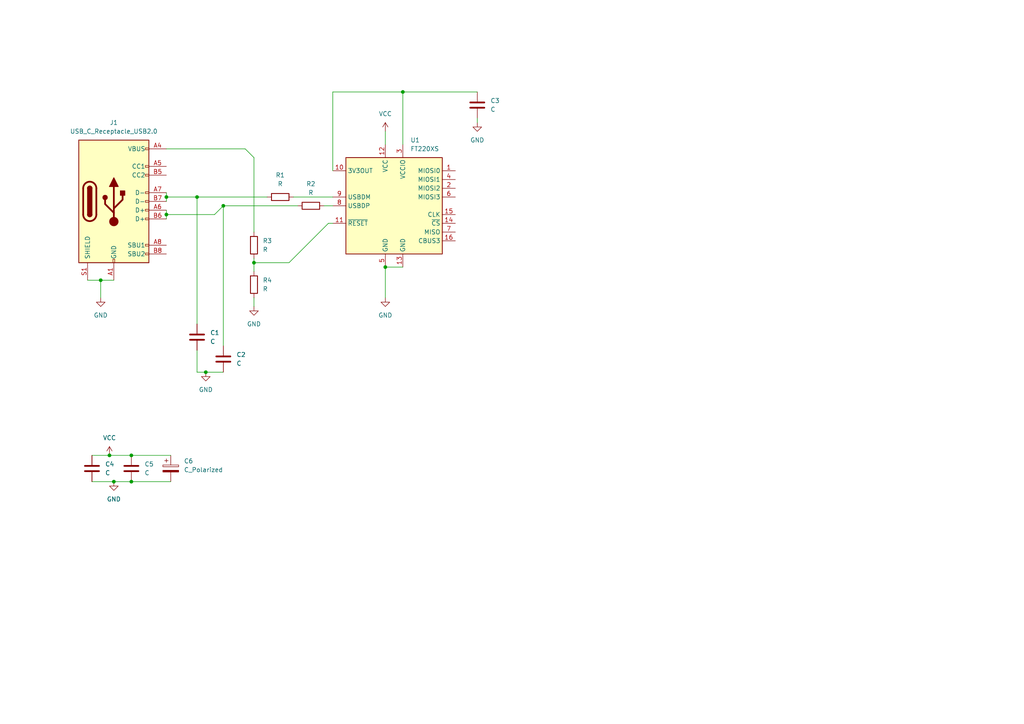
<source format=kicad_sch>
(kicad_sch (version 20230121) (generator eeschema)

  (uuid 30bb9c29-eecf-4b3f-86ad-a4c9bd4d3285)

  (paper "A4")

  (lib_symbols
    (symbol "Connector:USB_C_Receptacle_USB2.0" (pin_names (offset 1.016)) (in_bom yes) (on_board yes)
      (property "Reference" "J" (at -10.16 19.05 0)
        (effects (font (size 1.27 1.27)) (justify left))
      )
      (property "Value" "USB_C_Receptacle_USB2.0" (at 19.05 19.05 0)
        (effects (font (size 1.27 1.27)) (justify right))
      )
      (property "Footprint" "" (at 3.81 0 0)
        (effects (font (size 1.27 1.27)) hide)
      )
      (property "Datasheet" "https://www.usb.org/sites/default/files/documents/usb_type-c.zip" (at 3.81 0 0)
        (effects (font (size 1.27 1.27)) hide)
      )
      (property "ki_keywords" "usb universal serial bus type-C USB2.0" (at 0 0 0)
        (effects (font (size 1.27 1.27)) hide)
      )
      (property "ki_description" "USB 2.0-only Type-C Receptacle connector" (at 0 0 0)
        (effects (font (size 1.27 1.27)) hide)
      )
      (property "ki_fp_filters" "USB*C*Receptacle*" (at 0 0 0)
        (effects (font (size 1.27 1.27)) hide)
      )
      (symbol "USB_C_Receptacle_USB2.0_0_0"
        (rectangle (start -0.254 -17.78) (end 0.254 -16.764)
          (stroke (width 0) (type default))
          (fill (type none))
        )
        (rectangle (start 10.16 -14.986) (end 9.144 -15.494)
          (stroke (width 0) (type default))
          (fill (type none))
        )
        (rectangle (start 10.16 -12.446) (end 9.144 -12.954)
          (stroke (width 0) (type default))
          (fill (type none))
        )
        (rectangle (start 10.16 -4.826) (end 9.144 -5.334)
          (stroke (width 0) (type default))
          (fill (type none))
        )
        (rectangle (start 10.16 -2.286) (end 9.144 -2.794)
          (stroke (width 0) (type default))
          (fill (type none))
        )
        (rectangle (start 10.16 0.254) (end 9.144 -0.254)
          (stroke (width 0) (type default))
          (fill (type none))
        )
        (rectangle (start 10.16 2.794) (end 9.144 2.286)
          (stroke (width 0) (type default))
          (fill (type none))
        )
        (rectangle (start 10.16 7.874) (end 9.144 7.366)
          (stroke (width 0) (type default))
          (fill (type none))
        )
        (rectangle (start 10.16 10.414) (end 9.144 9.906)
          (stroke (width 0) (type default))
          (fill (type none))
        )
        (rectangle (start 10.16 15.494) (end 9.144 14.986)
          (stroke (width 0) (type default))
          (fill (type none))
        )
      )
      (symbol "USB_C_Receptacle_USB2.0_0_1"
        (rectangle (start -10.16 17.78) (end 10.16 -17.78)
          (stroke (width 0.254) (type default))
          (fill (type background))
        )
        (arc (start -8.89 -3.81) (mid -6.985 -5.7067) (end -5.08 -3.81)
          (stroke (width 0.508) (type default))
          (fill (type none))
        )
        (arc (start -7.62 -3.81) (mid -6.985 -4.4423) (end -6.35 -3.81)
          (stroke (width 0.254) (type default))
          (fill (type none))
        )
        (arc (start -7.62 -3.81) (mid -6.985 -4.4423) (end -6.35 -3.81)
          (stroke (width 0.254) (type default))
          (fill (type outline))
        )
        (rectangle (start -7.62 -3.81) (end -6.35 3.81)
          (stroke (width 0.254) (type default))
          (fill (type outline))
        )
        (arc (start -6.35 3.81) (mid -6.985 4.4423) (end -7.62 3.81)
          (stroke (width 0.254) (type default))
          (fill (type none))
        )
        (arc (start -6.35 3.81) (mid -6.985 4.4423) (end -7.62 3.81)
          (stroke (width 0.254) (type default))
          (fill (type outline))
        )
        (arc (start -5.08 3.81) (mid -6.985 5.7067) (end -8.89 3.81)
          (stroke (width 0.508) (type default))
          (fill (type none))
        )
        (circle (center -2.54 1.143) (radius 0.635)
          (stroke (width 0.254) (type default))
          (fill (type outline))
        )
        (circle (center 0 -5.842) (radius 1.27)
          (stroke (width 0) (type default))
          (fill (type outline))
        )
        (polyline
          (pts
            (xy -8.89 -3.81)
            (xy -8.89 3.81)
          )
          (stroke (width 0.508) (type default))
          (fill (type none))
        )
        (polyline
          (pts
            (xy -5.08 3.81)
            (xy -5.08 -3.81)
          )
          (stroke (width 0.508) (type default))
          (fill (type none))
        )
        (polyline
          (pts
            (xy 0 -5.842)
            (xy 0 4.318)
          )
          (stroke (width 0.508) (type default))
          (fill (type none))
        )
        (polyline
          (pts
            (xy 0 -3.302)
            (xy -2.54 -0.762)
            (xy -2.54 0.508)
          )
          (stroke (width 0.508) (type default))
          (fill (type none))
        )
        (polyline
          (pts
            (xy 0 -2.032)
            (xy 2.54 0.508)
            (xy 2.54 1.778)
          )
          (stroke (width 0.508) (type default))
          (fill (type none))
        )
        (polyline
          (pts
            (xy -1.27 4.318)
            (xy 0 6.858)
            (xy 1.27 4.318)
            (xy -1.27 4.318)
          )
          (stroke (width 0.254) (type default))
          (fill (type outline))
        )
        (rectangle (start 1.905 1.778) (end 3.175 3.048)
          (stroke (width 0.254) (type default))
          (fill (type outline))
        )
      )
      (symbol "USB_C_Receptacle_USB2.0_1_1"
        (pin passive line (at 0 -22.86 90) (length 5.08)
          (name "GND" (effects (font (size 1.27 1.27))))
          (number "A1" (effects (font (size 1.27 1.27))))
        )
        (pin passive line (at 0 -22.86 90) (length 5.08) hide
          (name "GND" (effects (font (size 1.27 1.27))))
          (number "A12" (effects (font (size 1.27 1.27))))
        )
        (pin passive line (at 15.24 15.24 180) (length 5.08)
          (name "VBUS" (effects (font (size 1.27 1.27))))
          (number "A4" (effects (font (size 1.27 1.27))))
        )
        (pin bidirectional line (at 15.24 10.16 180) (length 5.08)
          (name "CC1" (effects (font (size 1.27 1.27))))
          (number "A5" (effects (font (size 1.27 1.27))))
        )
        (pin bidirectional line (at 15.24 -2.54 180) (length 5.08)
          (name "D+" (effects (font (size 1.27 1.27))))
          (number "A6" (effects (font (size 1.27 1.27))))
        )
        (pin bidirectional line (at 15.24 2.54 180) (length 5.08)
          (name "D-" (effects (font (size 1.27 1.27))))
          (number "A7" (effects (font (size 1.27 1.27))))
        )
        (pin bidirectional line (at 15.24 -12.7 180) (length 5.08)
          (name "SBU1" (effects (font (size 1.27 1.27))))
          (number "A8" (effects (font (size 1.27 1.27))))
        )
        (pin passive line (at 15.24 15.24 180) (length 5.08) hide
          (name "VBUS" (effects (font (size 1.27 1.27))))
          (number "A9" (effects (font (size 1.27 1.27))))
        )
        (pin passive line (at 0 -22.86 90) (length 5.08) hide
          (name "GND" (effects (font (size 1.27 1.27))))
          (number "B1" (effects (font (size 1.27 1.27))))
        )
        (pin passive line (at 0 -22.86 90) (length 5.08) hide
          (name "GND" (effects (font (size 1.27 1.27))))
          (number "B12" (effects (font (size 1.27 1.27))))
        )
        (pin passive line (at 15.24 15.24 180) (length 5.08) hide
          (name "VBUS" (effects (font (size 1.27 1.27))))
          (number "B4" (effects (font (size 1.27 1.27))))
        )
        (pin bidirectional line (at 15.24 7.62 180) (length 5.08)
          (name "CC2" (effects (font (size 1.27 1.27))))
          (number "B5" (effects (font (size 1.27 1.27))))
        )
        (pin bidirectional line (at 15.24 -5.08 180) (length 5.08)
          (name "D+" (effects (font (size 1.27 1.27))))
          (number "B6" (effects (font (size 1.27 1.27))))
        )
        (pin bidirectional line (at 15.24 0 180) (length 5.08)
          (name "D-" (effects (font (size 1.27 1.27))))
          (number "B7" (effects (font (size 1.27 1.27))))
        )
        (pin bidirectional line (at 15.24 -15.24 180) (length 5.08)
          (name "SBU2" (effects (font (size 1.27 1.27))))
          (number "B8" (effects (font (size 1.27 1.27))))
        )
        (pin passive line (at 15.24 15.24 180) (length 5.08) hide
          (name "VBUS" (effects (font (size 1.27 1.27))))
          (number "B9" (effects (font (size 1.27 1.27))))
        )
        (pin passive line (at -7.62 -22.86 90) (length 5.08)
          (name "SHIELD" (effects (font (size 1.27 1.27))))
          (number "S1" (effects (font (size 1.27 1.27))))
        )
      )
    )
    (symbol "Device:C" (pin_numbers hide) (pin_names (offset 0.254)) (in_bom yes) (on_board yes)
      (property "Reference" "C" (at 0.635 2.54 0)
        (effects (font (size 1.27 1.27)) (justify left))
      )
      (property "Value" "C" (at 0.635 -2.54 0)
        (effects (font (size 1.27 1.27)) (justify left))
      )
      (property "Footprint" "" (at 0.9652 -3.81 0)
        (effects (font (size 1.27 1.27)) hide)
      )
      (property "Datasheet" "~" (at 0 0 0)
        (effects (font (size 1.27 1.27)) hide)
      )
      (property "ki_keywords" "cap capacitor" (at 0 0 0)
        (effects (font (size 1.27 1.27)) hide)
      )
      (property "ki_description" "Unpolarized capacitor" (at 0 0 0)
        (effects (font (size 1.27 1.27)) hide)
      )
      (property "ki_fp_filters" "C_*" (at 0 0 0)
        (effects (font (size 1.27 1.27)) hide)
      )
      (symbol "C_0_1"
        (polyline
          (pts
            (xy -2.032 -0.762)
            (xy 2.032 -0.762)
          )
          (stroke (width 0.508) (type default))
          (fill (type none))
        )
        (polyline
          (pts
            (xy -2.032 0.762)
            (xy 2.032 0.762)
          )
          (stroke (width 0.508) (type default))
          (fill (type none))
        )
      )
      (symbol "C_1_1"
        (pin passive line (at 0 3.81 270) (length 2.794)
          (name "~" (effects (font (size 1.27 1.27))))
          (number "1" (effects (font (size 1.27 1.27))))
        )
        (pin passive line (at 0 -3.81 90) (length 2.794)
          (name "~" (effects (font (size 1.27 1.27))))
          (number "2" (effects (font (size 1.27 1.27))))
        )
      )
    )
    (symbol "Device:C_Polarized" (pin_numbers hide) (pin_names (offset 0.254)) (in_bom yes) (on_board yes)
      (property "Reference" "C" (at 0.635 2.54 0)
        (effects (font (size 1.27 1.27)) (justify left))
      )
      (property "Value" "C_Polarized" (at 0.635 -2.54 0)
        (effects (font (size 1.27 1.27)) (justify left))
      )
      (property "Footprint" "" (at 0.9652 -3.81 0)
        (effects (font (size 1.27 1.27)) hide)
      )
      (property "Datasheet" "~" (at 0 0 0)
        (effects (font (size 1.27 1.27)) hide)
      )
      (property "ki_keywords" "cap capacitor" (at 0 0 0)
        (effects (font (size 1.27 1.27)) hide)
      )
      (property "ki_description" "Polarized capacitor" (at 0 0 0)
        (effects (font (size 1.27 1.27)) hide)
      )
      (property "ki_fp_filters" "CP_*" (at 0 0 0)
        (effects (font (size 1.27 1.27)) hide)
      )
      (symbol "C_Polarized_0_1"
        (rectangle (start -2.286 0.508) (end 2.286 1.016)
          (stroke (width 0) (type default))
          (fill (type none))
        )
        (polyline
          (pts
            (xy -1.778 2.286)
            (xy -0.762 2.286)
          )
          (stroke (width 0) (type default))
          (fill (type none))
        )
        (polyline
          (pts
            (xy -1.27 2.794)
            (xy -1.27 1.778)
          )
          (stroke (width 0) (type default))
          (fill (type none))
        )
        (rectangle (start 2.286 -0.508) (end -2.286 -1.016)
          (stroke (width 0) (type default))
          (fill (type outline))
        )
      )
      (symbol "C_Polarized_1_1"
        (pin passive line (at 0 3.81 270) (length 2.794)
          (name "~" (effects (font (size 1.27 1.27))))
          (number "1" (effects (font (size 1.27 1.27))))
        )
        (pin passive line (at 0 -3.81 90) (length 2.794)
          (name "~" (effects (font (size 1.27 1.27))))
          (number "2" (effects (font (size 1.27 1.27))))
        )
      )
    )
    (symbol "Device:R" (pin_numbers hide) (pin_names (offset 0)) (in_bom yes) (on_board yes)
      (property "Reference" "R" (at 2.032 0 90)
        (effects (font (size 1.27 1.27)))
      )
      (property "Value" "R" (at 0 0 90)
        (effects (font (size 1.27 1.27)))
      )
      (property "Footprint" "" (at -1.778 0 90)
        (effects (font (size 1.27 1.27)) hide)
      )
      (property "Datasheet" "~" (at 0 0 0)
        (effects (font (size 1.27 1.27)) hide)
      )
      (property "ki_keywords" "R res resistor" (at 0 0 0)
        (effects (font (size 1.27 1.27)) hide)
      )
      (property "ki_description" "Resistor" (at 0 0 0)
        (effects (font (size 1.27 1.27)) hide)
      )
      (property "ki_fp_filters" "R_*" (at 0 0 0)
        (effects (font (size 1.27 1.27)) hide)
      )
      (symbol "R_0_1"
        (rectangle (start -1.016 -2.54) (end 1.016 2.54)
          (stroke (width 0.254) (type default))
          (fill (type none))
        )
      )
      (symbol "R_1_1"
        (pin passive line (at 0 3.81 270) (length 1.27)
          (name "~" (effects (font (size 1.27 1.27))))
          (number "1" (effects (font (size 1.27 1.27))))
        )
        (pin passive line (at 0 -3.81 90) (length 1.27)
          (name "~" (effects (font (size 1.27 1.27))))
          (number "2" (effects (font (size 1.27 1.27))))
        )
      )
    )
    (symbol "Interface_USB:FT220XS" (in_bom yes) (on_board yes)
      (property "Reference" "U" (at -13.97 15.24 0)
        (effects (font (size 1.27 1.27)) (justify left))
      )
      (property "Value" "FT220XS" (at 7.62 15.24 0)
        (effects (font (size 1.27 1.27)) (justify left))
      )
      (property "Footprint" "Package_SO:SSOP-16_3.9x4.9mm_P0.635mm" (at 25.4 -15.24 0)
        (effects (font (size 1.27 1.27)) hide)
      )
      (property "Datasheet" "https://www.ftdichip.com/Support/Documents/DataSheets/ICs/DS_FT220X.pdf" (at 0 0 0)
        (effects (font (size 1.27 1.27)) hide)
      )
      (property "ki_keywords" "FTDI USB SPI FT1248 Interface Converter" (at 0 0 0)
        (effects (font (size 1.27 1.27)) hide)
      )
      (property "ki_description" "Full Speed USB to 4-Bit SPI / FT1248 Bridge, SSOP-16" (at 0 0 0)
        (effects (font (size 1.27 1.27)) hide)
      )
      (property "ki_fp_filters" "SSOP*3.9x4.9mm*P0.635mm*" (at 0 0 0)
        (effects (font (size 1.27 1.27)) hide)
      )
      (symbol "FT220XS_0_1"
        (rectangle (start -13.97 13.97) (end 13.97 -13.97)
          (stroke (width 0.254) (type default))
          (fill (type background))
        )
      )
      (symbol "FT220XS_1_1"
        (pin input line (at 17.78 10.16 180) (length 3.81)
          (name "MIOSI0" (effects (font (size 1.27 1.27))))
          (number "1" (effects (font (size 1.27 1.27))))
        )
        (pin power_out line (at -17.78 10.16 0) (length 3.81)
          (name "3V3OUT" (effects (font (size 1.27 1.27))))
          (number "10" (effects (font (size 1.27 1.27))))
        )
        (pin input line (at -17.78 -5.08 0) (length 3.81)
          (name "~{RESET}" (effects (font (size 1.27 1.27))))
          (number "11" (effects (font (size 1.27 1.27))))
        )
        (pin power_in line (at -2.54 17.78 270) (length 3.81)
          (name "VCC" (effects (font (size 1.27 1.27))))
          (number "12" (effects (font (size 1.27 1.27))))
        )
        (pin power_in line (at 2.54 -17.78 90) (length 3.81)
          (name "GND" (effects (font (size 1.27 1.27))))
          (number "13" (effects (font (size 1.27 1.27))))
        )
        (pin input line (at 17.78 -5.08 180) (length 3.81)
          (name "~{CS}" (effects (font (size 1.27 1.27))))
          (number "14" (effects (font (size 1.27 1.27))))
        )
        (pin input line (at 17.78 -2.54 180) (length 3.81)
          (name "CLK" (effects (font (size 1.27 1.27))))
          (number "15" (effects (font (size 1.27 1.27))))
        )
        (pin bidirectional line (at 17.78 -10.16 180) (length 3.81)
          (name "CBUS3" (effects (font (size 1.27 1.27))))
          (number "16" (effects (font (size 1.27 1.27))))
        )
        (pin input line (at 17.78 5.08 180) (length 3.81)
          (name "MIOSI2" (effects (font (size 1.27 1.27))))
          (number "2" (effects (font (size 1.27 1.27))))
        )
        (pin power_in line (at 2.54 17.78 270) (length 3.81)
          (name "VCCIO" (effects (font (size 1.27 1.27))))
          (number "3" (effects (font (size 1.27 1.27))))
        )
        (pin input line (at 17.78 7.62 180) (length 3.81)
          (name "MIOSI1" (effects (font (size 1.27 1.27))))
          (number "4" (effects (font (size 1.27 1.27))))
        )
        (pin power_in line (at -2.54 -17.78 90) (length 3.81)
          (name "GND" (effects (font (size 1.27 1.27))))
          (number "5" (effects (font (size 1.27 1.27))))
        )
        (pin input line (at 17.78 2.54 180) (length 3.81)
          (name "MIOSI3" (effects (font (size 1.27 1.27))))
          (number "6" (effects (font (size 1.27 1.27))))
        )
        (pin input line (at 17.78 -7.62 180) (length 3.81)
          (name "MISO" (effects (font (size 1.27 1.27))))
          (number "7" (effects (font (size 1.27 1.27))))
        )
        (pin bidirectional line (at -17.78 0 0) (length 3.81)
          (name "USBDP" (effects (font (size 1.27 1.27))))
          (number "8" (effects (font (size 1.27 1.27))))
        )
        (pin bidirectional line (at -17.78 2.54 0) (length 3.81)
          (name "USBDM" (effects (font (size 1.27 1.27))))
          (number "9" (effects (font (size 1.27 1.27))))
        )
      )
    )
    (symbol "power:GND" (power) (pin_names (offset 0)) (in_bom yes) (on_board yes)
      (property "Reference" "#PWR" (at 0 -6.35 0)
        (effects (font (size 1.27 1.27)) hide)
      )
      (property "Value" "GND" (at 0 -3.81 0)
        (effects (font (size 1.27 1.27)))
      )
      (property "Footprint" "" (at 0 0 0)
        (effects (font (size 1.27 1.27)) hide)
      )
      (property "Datasheet" "" (at 0 0 0)
        (effects (font (size 1.27 1.27)) hide)
      )
      (property "ki_keywords" "global power" (at 0 0 0)
        (effects (font (size 1.27 1.27)) hide)
      )
      (property "ki_description" "Power symbol creates a global label with name \"GND\" , ground" (at 0 0 0)
        (effects (font (size 1.27 1.27)) hide)
      )
      (symbol "GND_0_1"
        (polyline
          (pts
            (xy 0 0)
            (xy 0 -1.27)
            (xy 1.27 -1.27)
            (xy 0 -2.54)
            (xy -1.27 -1.27)
            (xy 0 -1.27)
          )
          (stroke (width 0) (type default))
          (fill (type none))
        )
      )
      (symbol "GND_1_1"
        (pin power_in line (at 0 0 270) (length 0) hide
          (name "GND" (effects (font (size 1.27 1.27))))
          (number "1" (effects (font (size 1.27 1.27))))
        )
      )
    )
    (symbol "power:VCC" (power) (pin_names (offset 0)) (in_bom yes) (on_board yes)
      (property "Reference" "#PWR" (at 0 -3.81 0)
        (effects (font (size 1.27 1.27)) hide)
      )
      (property "Value" "VCC" (at 0 3.81 0)
        (effects (font (size 1.27 1.27)))
      )
      (property "Footprint" "" (at 0 0 0)
        (effects (font (size 1.27 1.27)) hide)
      )
      (property "Datasheet" "" (at 0 0 0)
        (effects (font (size 1.27 1.27)) hide)
      )
      (property "ki_keywords" "global power" (at 0 0 0)
        (effects (font (size 1.27 1.27)) hide)
      )
      (property "ki_description" "Power symbol creates a global label with name \"VCC\"" (at 0 0 0)
        (effects (font (size 1.27 1.27)) hide)
      )
      (symbol "VCC_0_1"
        (polyline
          (pts
            (xy -0.762 1.27)
            (xy 0 2.54)
          )
          (stroke (width 0) (type default))
          (fill (type none))
        )
        (polyline
          (pts
            (xy 0 0)
            (xy 0 2.54)
          )
          (stroke (width 0) (type default))
          (fill (type none))
        )
        (polyline
          (pts
            (xy 0 2.54)
            (xy 0.762 1.27)
          )
          (stroke (width 0) (type default))
          (fill (type none))
        )
      )
      (symbol "VCC_1_1"
        (pin power_in line (at 0 0 90) (length 0) hide
          (name "VCC" (effects (font (size 1.27 1.27))))
          (number "1" (effects (font (size 1.27 1.27))))
        )
      )
    )
  )

  (junction (at 29.21 81.28) (diameter 0) (color 0 0 0 0)
    (uuid 078907b1-2d4e-4269-a37b-328fe7054155)
  )
  (junction (at 48.26 57.15) (diameter 0) (color 0 0 0 0)
    (uuid 27819c16-0488-495e-9bce-dbfd2f66499c)
  )
  (junction (at 59.69 107.95) (diameter 0) (color 0 0 0 0)
    (uuid 3cc7b0e6-863d-4c7f-b1a8-8e647428efa5)
  )
  (junction (at 33.02 139.7) (diameter 0) (color 0 0 0 0)
    (uuid 693c5b5c-5eae-4009-8faa-2a189018f7e3)
  )
  (junction (at 31.75 132.08) (diameter 0) (color 0 0 0 0)
    (uuid 6a207475-0676-4263-b026-4961f9ec9224)
  )
  (junction (at 38.1 132.08) (diameter 0) (color 0 0 0 0)
    (uuid 7db57328-e5c7-4859-be88-081e1863acc3)
  )
  (junction (at 38.1 139.7) (diameter 0) (color 0 0 0 0)
    (uuid 9247c06e-aa47-44f6-bc7d-7462ca912263)
  )
  (junction (at 48.26 62.23) (diameter 0) (color 0 0 0 0)
    (uuid 9756ba01-d524-413e-8371-cf12fd7daf93)
  )
  (junction (at 64.77 59.69) (diameter 0) (color 0 0 0 0)
    (uuid a2090282-d463-49d4-8902-17b7f47b0385)
  )
  (junction (at 116.84 26.67) (diameter 0) (color 0 0 0 0)
    (uuid cf49481a-47b4-481e-a790-bb3b553514ae)
  )
  (junction (at 111.76 77.47) (diameter 0) (color 0 0 0 0)
    (uuid d55fc148-9fbf-472b-b052-bed3c9eee3af)
  )
  (junction (at 57.15 57.15) (diameter 0) (color 0 0 0 0)
    (uuid db17782e-6bdc-4615-91c3-b5ea1e207235)
  )
  (junction (at 73.66 76.2) (diameter 0) (color 0 0 0 0)
    (uuid f0568bfb-e706-4cab-8bd4-6ef566e7ce03)
  )

  (wire (pts (xy 116.84 26.67) (xy 138.43 26.67))
    (stroke (width 0) (type default))
    (uuid 0a1f0bc4-5926-489d-8765-044aa07dbe54)
  )
  (wire (pts (xy 48.26 62.23) (xy 62.23 62.23))
    (stroke (width 0) (type default))
    (uuid 0edb1f59-2318-4de9-bd04-74aac0c4cf81)
  )
  (wire (pts (xy 26.67 139.7) (xy 33.02 139.7))
    (stroke (width 0) (type default))
    (uuid 2369ce5a-23a9-4014-9c9d-75c6d968ab28)
  )
  (wire (pts (xy 96.52 26.67) (xy 116.84 26.67))
    (stroke (width 0) (type default))
    (uuid 3a6c34e4-fb83-4396-a278-b4b69839e1e2)
  )
  (wire (pts (xy 111.76 77.47) (xy 111.76 86.36))
    (stroke (width 0) (type default))
    (uuid 3e2cc7e3-5fe6-4708-a021-b1b54de16434)
  )
  (wire (pts (xy 64.77 59.69) (xy 62.23 62.23))
    (stroke (width 0) (type default))
    (uuid 3f24d6e2-4401-40ee-a088-c1e0ca89209f)
  )
  (wire (pts (xy 73.66 86.36) (xy 73.66 88.9))
    (stroke (width 0) (type default))
    (uuid 43e198b1-9eda-4a22-a57b-3952424281a3)
  )
  (wire (pts (xy 138.43 34.29) (xy 138.43 35.56))
    (stroke (width 0) (type default))
    (uuid 4ff97650-c529-425d-82c6-96ed2f1baec5)
  )
  (wire (pts (xy 57.15 101.6) (xy 57.15 107.95))
    (stroke (width 0) (type default))
    (uuid 652387e2-3e19-4a31-9af5-606f3d7174f6)
  )
  (wire (pts (xy 73.66 76.2) (xy 83.82 76.2))
    (stroke (width 0) (type default))
    (uuid 6e1c238f-ba7d-4ae5-82b9-5330d146059a)
  )
  (wire (pts (xy 85.09 57.15) (xy 96.52 57.15))
    (stroke (width 0) (type default))
    (uuid 6ef6fd28-baa2-482b-88df-663828174477)
  )
  (wire (pts (xy 38.1 132.08) (xy 49.53 132.08))
    (stroke (width 0) (type default))
    (uuid 6f66911c-c596-4f09-85c1-cad9347eab68)
  )
  (wire (pts (xy 25.4 81.28) (xy 29.21 81.28))
    (stroke (width 0) (type default))
    (uuid 785957ac-d977-4d3e-9e9b-a1d3933dca00)
  )
  (wire (pts (xy 29.21 81.28) (xy 29.21 86.36))
    (stroke (width 0) (type default))
    (uuid 79e9ad02-1ca6-4840-ac74-08bb6a8c4941)
  )
  (wire (pts (xy 86.36 59.69) (xy 64.77 59.69))
    (stroke (width 0) (type default))
    (uuid 7c51e7da-96c1-4968-a86c-cfe9e833710f)
  )
  (wire (pts (xy 96.52 49.53) (xy 96.52 26.67))
    (stroke (width 0) (type default))
    (uuid 87d6e937-8766-492b-b47f-3a339e272971)
  )
  (wire (pts (xy 73.66 74.93) (xy 73.66 76.2))
    (stroke (width 0) (type default))
    (uuid 8983c913-a087-4643-912e-d63baa10afb2)
  )
  (wire (pts (xy 29.21 81.28) (xy 33.02 81.28))
    (stroke (width 0) (type default))
    (uuid 8a053046-64a8-4b9f-8961-45a623941d27)
  )
  (wire (pts (xy 33.02 139.7) (xy 38.1 139.7))
    (stroke (width 0) (type default))
    (uuid 8ad0765a-434e-4fe1-9573-fccfa6839f38)
  )
  (wire (pts (xy 48.26 60.96) (xy 48.26 62.23))
    (stroke (width 0) (type default))
    (uuid 8bd7d399-4bba-4417-88df-5d76aaee9ed7)
  )
  (wire (pts (xy 48.26 62.23) (xy 48.26 63.5))
    (stroke (width 0) (type default))
    (uuid 9439b9f5-bda4-49ec-b37d-67245c3ca306)
  )
  (wire (pts (xy 48.26 57.15) (xy 48.26 58.42))
    (stroke (width 0) (type default))
    (uuid 94860f86-4066-4aa1-bc80-50fc45a4af89)
  )
  (wire (pts (xy 48.26 43.18) (xy 71.12 43.18))
    (stroke (width 0) (type default))
    (uuid 95f0a5e1-456d-4bd8-b231-325b8ee3c752)
  )
  (wire (pts (xy 111.76 38.1) (xy 111.76 41.91))
    (stroke (width 0) (type default))
    (uuid a16eec80-ff37-4ebf-9991-db43a8ebf4c8)
  )
  (wire (pts (xy 26.67 132.08) (xy 31.75 132.08))
    (stroke (width 0) (type default))
    (uuid a5292ac5-936a-42cb-86c1-2320160bb245)
  )
  (wire (pts (xy 57.15 57.15) (xy 77.47 57.15))
    (stroke (width 0) (type default))
    (uuid ae5b65ef-267a-494f-b04e-51f437dbb5e6)
  )
  (wire (pts (xy 48.26 57.15) (xy 57.15 57.15))
    (stroke (width 0) (type default))
    (uuid b30bed52-9415-48bc-b6fb-5ca66b128a77)
  )
  (wire (pts (xy 116.84 26.67) (xy 116.84 41.91))
    (stroke (width 0) (type default))
    (uuid badd7682-de8d-41ca-9c00-18123dd70142)
  )
  (wire (pts (xy 59.69 107.95) (xy 64.77 107.95))
    (stroke (width 0) (type default))
    (uuid bfb1c952-4fe4-424b-9849-7e047e90a95b)
  )
  (wire (pts (xy 73.66 45.72) (xy 71.12 43.18))
    (stroke (width 0) (type default))
    (uuid cf3c2007-e32d-4fde-8010-402ecbfd1f28)
  )
  (wire (pts (xy 38.1 139.7) (xy 49.53 139.7))
    (stroke (width 0) (type default))
    (uuid d0917c9e-de88-421d-a141-c7766c8acaa9)
  )
  (wire (pts (xy 57.15 107.95) (xy 59.69 107.95))
    (stroke (width 0) (type default))
    (uuid d46905e9-ae3b-4533-9faa-f59eb0cc99fa)
  )
  (wire (pts (xy 73.66 67.31) (xy 73.66 45.72))
    (stroke (width 0) (type default))
    (uuid d75c788c-10b8-44d4-ab2b-a5da3896a05a)
  )
  (wire (pts (xy 64.77 59.69) (xy 64.77 100.33))
    (stroke (width 0) (type default))
    (uuid db0ee130-04d0-4efa-8665-acca20f31626)
  )
  (wire (pts (xy 93.98 59.69) (xy 96.52 59.69))
    (stroke (width 0) (type default))
    (uuid dc357d84-2ef2-4ba2-9795-5b5fad7e0baf)
  )
  (wire (pts (xy 95.25 64.77) (xy 83.82 76.2))
    (stroke (width 0) (type default))
    (uuid dda8f0e2-20fd-49d6-bc06-feb70af6781e)
  )
  (wire (pts (xy 31.75 132.08) (xy 38.1 132.08))
    (stroke (width 0) (type default))
    (uuid e55ecd92-5794-42bb-8a70-7bc167169a17)
  )
  (wire (pts (xy 48.26 55.88) (xy 48.26 57.15))
    (stroke (width 0) (type default))
    (uuid e5b64f15-e033-41bd-8203-5e6dfaec38b2)
  )
  (wire (pts (xy 111.76 77.47) (xy 116.84 77.47))
    (stroke (width 0) (type default))
    (uuid ea5ca61a-6796-4912-b416-4706df1c11ba)
  )
  (wire (pts (xy 57.15 57.15) (xy 57.15 93.98))
    (stroke (width 0) (type default))
    (uuid f4c6b3a7-4dee-45d7-91d3-e2b3a99d5d80)
  )
  (wire (pts (xy 73.66 76.2) (xy 73.66 78.74))
    (stroke (width 0) (type default))
    (uuid f4d97334-b3f3-4254-8781-f27fba7081c2)
  )
  (wire (pts (xy 96.52 64.77) (xy 95.25 64.77))
    (stroke (width 0) (type default))
    (uuid fab6ad4f-2f11-4d4f-8586-5a6a0d629972)
  )

  (symbol (lib_id "power:GND") (at 111.76 86.36 0) (unit 1)
    (in_bom yes) (on_board yes) (dnp no) (fields_autoplaced)
    (uuid 07068a37-dd9f-46c7-b04e-20cfec090edd)
    (property "Reference" "#PWR02" (at 111.76 92.71 0)
      (effects (font (size 1.27 1.27)) hide)
    )
    (property "Value" "GND" (at 111.76 91.44 0)
      (effects (font (size 1.27 1.27)))
    )
    (property "Footprint" "" (at 111.76 86.36 0)
      (effects (font (size 1.27 1.27)) hide)
    )
    (property "Datasheet" "" (at 111.76 86.36 0)
      (effects (font (size 1.27 1.27)) hide)
    )
    (pin "1" (uuid 55fe8cce-d162-43be-a863-b2f31257c0f6))
    (instances
      (project "gt_usb_bridge"
        (path "/30bb9c29-eecf-4b3f-86ad-a4c9bd4d3285"
          (reference "#PWR02") (unit 1)
        )
      )
    )
  )

  (symbol (lib_id "Device:C") (at 26.67 135.89 0) (unit 1)
    (in_bom yes) (on_board yes) (dnp no) (fields_autoplaced)
    (uuid 0a615060-4b95-4698-a8d5-9e71d339cfe1)
    (property "Reference" "C4" (at 30.48 134.62 0)
      (effects (font (size 1.27 1.27)) (justify left))
    )
    (property "Value" "C" (at 30.48 137.16 0)
      (effects (font (size 1.27 1.27)) (justify left))
    )
    (property "Footprint" "" (at 27.6352 139.7 0)
      (effects (font (size 1.27 1.27)) hide)
    )
    (property "Datasheet" "~" (at 26.67 135.89 0)
      (effects (font (size 1.27 1.27)) hide)
    )
    (pin "1" (uuid c5f0d7d3-48e1-493d-95d8-4c460167c4d6))
    (pin "2" (uuid 98451615-f6b2-4be8-a727-bacac7509aa1))
    (instances
      (project "gt_usb_bridge"
        (path "/30bb9c29-eecf-4b3f-86ad-a4c9bd4d3285"
          (reference "C4") (unit 1)
        )
      )
    )
  )

  (symbol (lib_id "power:VCC") (at 111.76 38.1 0) (unit 1)
    (in_bom yes) (on_board yes) (dnp no) (fields_autoplaced)
    (uuid 210dad7d-e9f1-4392-b011-614090a374cd)
    (property "Reference" "#PWR07" (at 111.76 41.91 0)
      (effects (font (size 1.27 1.27)) hide)
    )
    (property "Value" "VCC" (at 111.76 33.02 0)
      (effects (font (size 1.27 1.27)))
    )
    (property "Footprint" "" (at 111.76 38.1 0)
      (effects (font (size 1.27 1.27)) hide)
    )
    (property "Datasheet" "" (at 111.76 38.1 0)
      (effects (font (size 1.27 1.27)) hide)
    )
    (pin "1" (uuid 2f7cfdff-ecbb-49e3-9124-9a7f94c10009))
    (instances
      (project "gt_usb_bridge"
        (path "/30bb9c29-eecf-4b3f-86ad-a4c9bd4d3285"
          (reference "#PWR07") (unit 1)
        )
      )
    )
  )

  (symbol (lib_id "power:GND") (at 59.69 107.95 0) (unit 1)
    (in_bom yes) (on_board yes) (dnp no) (fields_autoplaced)
    (uuid 21ec18fa-7c6b-445c-a330-231a2c9c923a)
    (property "Reference" "#PWR06" (at 59.69 114.3 0)
      (effects (font (size 1.27 1.27)) hide)
    )
    (property "Value" "GND" (at 59.69 113.03 0)
      (effects (font (size 1.27 1.27)))
    )
    (property "Footprint" "" (at 59.69 107.95 0)
      (effects (font (size 1.27 1.27)) hide)
    )
    (property "Datasheet" "" (at 59.69 107.95 0)
      (effects (font (size 1.27 1.27)) hide)
    )
    (pin "1" (uuid 2ed32745-8d62-42c6-a3b0-c098a09f8df3))
    (instances
      (project "gt_usb_bridge"
        (path "/30bb9c29-eecf-4b3f-86ad-a4c9bd4d3285"
          (reference "#PWR06") (unit 1)
        )
      )
    )
  )

  (symbol (lib_id "Device:C") (at 138.43 30.48 0) (unit 1)
    (in_bom yes) (on_board yes) (dnp no) (fields_autoplaced)
    (uuid 24f1544c-a89c-46db-89a6-aba0cb840490)
    (property "Reference" "C3" (at 142.24 29.21 0)
      (effects (font (size 1.27 1.27)) (justify left))
    )
    (property "Value" "C" (at 142.24 31.75 0)
      (effects (font (size 1.27 1.27)) (justify left))
    )
    (property "Footprint" "" (at 139.3952 34.29 0)
      (effects (font (size 1.27 1.27)) hide)
    )
    (property "Datasheet" "~" (at 138.43 30.48 0)
      (effects (font (size 1.27 1.27)) hide)
    )
    (pin "1" (uuid a47c5068-47b0-4402-b0e3-db8e5f1af12b))
    (pin "2" (uuid 9e98e837-af2b-4cb7-a41a-cb6d47cecd9d))
    (instances
      (project "gt_usb_bridge"
        (path "/30bb9c29-eecf-4b3f-86ad-a4c9bd4d3285"
          (reference "C3") (unit 1)
        )
      )
    )
  )

  (symbol (lib_id "Device:C") (at 38.1 135.89 0) (unit 1)
    (in_bom yes) (on_board yes) (dnp no) (fields_autoplaced)
    (uuid 2858b548-0a74-4a2c-841c-4b74f8ed8df3)
    (property "Reference" "C5" (at 41.91 134.62 0)
      (effects (font (size 1.27 1.27)) (justify left))
    )
    (property "Value" "C" (at 41.91 137.16 0)
      (effects (font (size 1.27 1.27)) (justify left))
    )
    (property "Footprint" "" (at 39.0652 139.7 0)
      (effects (font (size 1.27 1.27)) hide)
    )
    (property "Datasheet" "~" (at 38.1 135.89 0)
      (effects (font (size 1.27 1.27)) hide)
    )
    (pin "1" (uuid 02649c4a-49d3-4d05-8068-21ba8ad82d61))
    (pin "2" (uuid 070c3841-968e-4e39-a1d3-8c411ede3d57))
    (instances
      (project "gt_usb_bridge"
        (path "/30bb9c29-eecf-4b3f-86ad-a4c9bd4d3285"
          (reference "C5") (unit 1)
        )
      )
    )
  )

  (symbol (lib_id "Device:C_Polarized") (at 49.53 135.89 0) (unit 1)
    (in_bom yes) (on_board yes) (dnp no) (fields_autoplaced)
    (uuid 30976c53-c460-4b07-bd8e-0f7750335c03)
    (property "Reference" "C6" (at 53.34 133.731 0)
      (effects (font (size 1.27 1.27)) (justify left))
    )
    (property "Value" "C_Polarized" (at 53.34 136.271 0)
      (effects (font (size 1.27 1.27)) (justify left))
    )
    (property "Footprint" "" (at 50.4952 139.7 0)
      (effects (font (size 1.27 1.27)) hide)
    )
    (property "Datasheet" "~" (at 49.53 135.89 0)
      (effects (font (size 1.27 1.27)) hide)
    )
    (pin "1" (uuid 54e0f172-fa5c-4c62-b0a4-1bc2350153b4))
    (pin "2" (uuid cc2e95a4-f931-41b9-89e6-20aaa225bee0))
    (instances
      (project "gt_usb_bridge"
        (path "/30bb9c29-eecf-4b3f-86ad-a4c9bd4d3285"
          (reference "C6") (unit 1)
        )
      )
    )
  )

  (symbol (lib_id "Device:C") (at 64.77 104.14 0) (unit 1)
    (in_bom yes) (on_board yes) (dnp no) (fields_autoplaced)
    (uuid 320d5de2-d6df-449f-a842-0593b8b50ea5)
    (property "Reference" "C2" (at 68.58 102.87 0)
      (effects (font (size 1.27 1.27)) (justify left))
    )
    (property "Value" "C" (at 68.58 105.41 0)
      (effects (font (size 1.27 1.27)) (justify left))
    )
    (property "Footprint" "" (at 65.7352 107.95 0)
      (effects (font (size 1.27 1.27)) hide)
    )
    (property "Datasheet" "~" (at 64.77 104.14 0)
      (effects (font (size 1.27 1.27)) hide)
    )
    (pin "1" (uuid b2341eda-640a-4d60-bb19-93782a897312))
    (pin "2" (uuid c49de288-8b4f-4a22-978f-1afd5b1d98e4))
    (instances
      (project "gt_usb_bridge"
        (path "/30bb9c29-eecf-4b3f-86ad-a4c9bd4d3285"
          (reference "C2") (unit 1)
        )
      )
    )
  )

  (symbol (lib_id "Connector:USB_C_Receptacle_USB2.0") (at 33.02 58.42 0) (unit 1)
    (in_bom yes) (on_board yes) (dnp no) (fields_autoplaced)
    (uuid 32960086-a226-4a88-8cf9-0683dc57bd72)
    (property "Reference" "J1" (at 33.02 35.56 0)
      (effects (font (size 1.27 1.27)))
    )
    (property "Value" "USB_C_Receptacle_USB2.0" (at 33.02 38.1 0)
      (effects (font (size 1.27 1.27)))
    )
    (property "Footprint" "" (at 36.83 58.42 0)
      (effects (font (size 1.27 1.27)) hide)
    )
    (property "Datasheet" "https://www.usb.org/sites/default/files/documents/usb_type-c.zip" (at 36.83 58.42 0)
      (effects (font (size 1.27 1.27)) hide)
    )
    (pin "A1" (uuid 964f5e38-fc5e-40e8-bf07-0871aecc44e9))
    (pin "A12" (uuid b639cd2c-9106-4d18-a540-eeb9787eea0d))
    (pin "A4" (uuid f1bcdb08-6b3e-43e3-bbaa-885293172eff))
    (pin "A5" (uuid 1e7a3ae7-faeb-4cf2-8229-f49f3076a45c))
    (pin "A6" (uuid e6784212-0ab6-48a3-94f1-87b6d80112b5))
    (pin "A7" (uuid 6f6a45af-0c54-4094-aa20-4cf9870c5c2b))
    (pin "A8" (uuid c3f4412c-aea8-4015-9eb3-3a239580fa1b))
    (pin "A9" (uuid 4013940a-5eb3-497c-a1fa-802898e1ee21))
    (pin "B1" (uuid 4a0c2c7f-c3de-4464-9827-225ad2902acb))
    (pin "B12" (uuid 60e0d29b-2e85-47b0-980c-e4149a24e383))
    (pin "B4" (uuid a5c5ba36-8995-4823-9405-7e9a40b8cb05))
    (pin "B5" (uuid 94bcb994-6d91-4afa-bda0-90de841bcc15))
    (pin "B6" (uuid ec8178a6-5f64-4d8d-b611-1e4b568c40c4))
    (pin "B7" (uuid 0c2013d9-388b-40a5-a448-cf3ae68b3cdf))
    (pin "B8" (uuid de72cd2c-2c63-4009-9291-3eb575da690a))
    (pin "B9" (uuid 6438a44d-82db-444c-9ad8-7c3cf72b5ca3))
    (pin "S1" (uuid 9e4b09ad-bfbe-4a56-8e65-6af79da309a5))
    (instances
      (project "gt_usb_bridge"
        (path "/30bb9c29-eecf-4b3f-86ad-a4c9bd4d3285"
          (reference "J1") (unit 1)
        )
      )
    )
  )

  (symbol (lib_id "Device:R") (at 81.28 57.15 90) (unit 1)
    (in_bom yes) (on_board yes) (dnp no) (fields_autoplaced)
    (uuid 3f6e00c0-b897-42fe-9157-07f7ddea34c4)
    (property "Reference" "R1" (at 81.28 50.8 90)
      (effects (font (size 1.27 1.27)))
    )
    (property "Value" "R" (at 81.28 53.34 90)
      (effects (font (size 1.27 1.27)))
    )
    (property "Footprint" "" (at 81.28 58.928 90)
      (effects (font (size 1.27 1.27)) hide)
    )
    (property "Datasheet" "~" (at 81.28 57.15 0)
      (effects (font (size 1.27 1.27)) hide)
    )
    (pin "1" (uuid 02801da9-c74a-4438-8819-be4e1a0e0ce1))
    (pin "2" (uuid 6bce6c41-13db-4938-a7ca-a424cf5abcba))
    (instances
      (project "gt_usb_bridge"
        (path "/30bb9c29-eecf-4b3f-86ad-a4c9bd4d3285"
          (reference "R1") (unit 1)
        )
      )
    )
  )

  (symbol (lib_id "power:GND") (at 33.02 139.7 0) (unit 1)
    (in_bom yes) (on_board yes) (dnp no) (fields_autoplaced)
    (uuid 440855de-b12c-4e35-a66d-53a25287a9fe)
    (property "Reference" "#PWR04" (at 33.02 146.05 0)
      (effects (font (size 1.27 1.27)) hide)
    )
    (property "Value" "GND" (at 33.02 144.78 0)
      (effects (font (size 1.27 1.27)))
    )
    (property "Footprint" "" (at 33.02 139.7 0)
      (effects (font (size 1.27 1.27)) hide)
    )
    (property "Datasheet" "" (at 33.02 139.7 0)
      (effects (font (size 1.27 1.27)) hide)
    )
    (pin "1" (uuid ee0b31f5-d097-4579-b8dc-7b82d8d2531d))
    (instances
      (project "gt_usb_bridge"
        (path "/30bb9c29-eecf-4b3f-86ad-a4c9bd4d3285"
          (reference "#PWR04") (unit 1)
        )
      )
    )
  )

  (symbol (lib_id "power:VCC") (at 31.75 132.08 0) (unit 1)
    (in_bom yes) (on_board yes) (dnp no) (fields_autoplaced)
    (uuid 7b713e7b-2ba9-4e89-a0ca-91b96629c6d2)
    (property "Reference" "#PWR08" (at 31.75 135.89 0)
      (effects (font (size 1.27 1.27)) hide)
    )
    (property "Value" "VCC" (at 31.75 127 0)
      (effects (font (size 1.27 1.27)))
    )
    (property "Footprint" "" (at 31.75 132.08 0)
      (effects (font (size 1.27 1.27)) hide)
    )
    (property "Datasheet" "" (at 31.75 132.08 0)
      (effects (font (size 1.27 1.27)) hide)
    )
    (pin "1" (uuid 822d7bb4-23cf-49b0-88f6-c7326e7fe8fe))
    (instances
      (project "gt_usb_bridge"
        (path "/30bb9c29-eecf-4b3f-86ad-a4c9bd4d3285"
          (reference "#PWR08") (unit 1)
        )
      )
    )
  )

  (symbol (lib_id "Device:R") (at 73.66 71.12 0) (unit 1)
    (in_bom yes) (on_board yes) (dnp no) (fields_autoplaced)
    (uuid 936f056f-3a2a-4e5e-a344-736c15529c1d)
    (property "Reference" "R3" (at 76.2 69.85 0)
      (effects (font (size 1.27 1.27)) (justify left))
    )
    (property "Value" "R" (at 76.2 72.39 0)
      (effects (font (size 1.27 1.27)) (justify left))
    )
    (property "Footprint" "" (at 71.882 71.12 90)
      (effects (font (size 1.27 1.27)) hide)
    )
    (property "Datasheet" "~" (at 73.66 71.12 0)
      (effects (font (size 1.27 1.27)) hide)
    )
    (pin "1" (uuid 529c4967-a72f-45cb-8f24-4df7f57295d9))
    (pin "2" (uuid 944a8b2e-d182-4b66-ba32-fa6e0dc91194))
    (instances
      (project "gt_usb_bridge"
        (path "/30bb9c29-eecf-4b3f-86ad-a4c9bd4d3285"
          (reference "R3") (unit 1)
        )
      )
    )
  )

  (symbol (lib_id "Interface_USB:FT220XS") (at 114.3 59.69 0) (unit 1)
    (in_bom yes) (on_board yes) (dnp no) (fields_autoplaced)
    (uuid 9b4efa3c-4a55-4f4b-bedb-28b50bd74c6b)
    (property "Reference" "U1" (at 119.0341 40.64 0)
      (effects (font (size 1.27 1.27)) (justify left))
    )
    (property "Value" "FT220XS" (at 119.0341 43.18 0)
      (effects (font (size 1.27 1.27)) (justify left))
    )
    (property "Footprint" "Package_SO:SSOP-16_3.9x4.9mm_P0.635mm" (at 139.7 74.93 0)
      (effects (font (size 1.27 1.27)) hide)
    )
    (property "Datasheet" "https://www.ftdichip.com/Support/Documents/DataSheets/ICs/DS_FT220X.pdf" (at 114.3 59.69 0)
      (effects (font (size 1.27 1.27)) hide)
    )
    (pin "1" (uuid ebe2114c-54de-402e-9ce4-1c6d37842166))
    (pin "10" (uuid d0c2a0b8-1512-4159-b822-743eab29df63))
    (pin "11" (uuid 2c98f714-f3e5-44f6-9a92-5565d7260d69))
    (pin "12" (uuid c609833d-8b4a-417e-9f53-82888f1ca172))
    (pin "13" (uuid 2c8206d3-e4c7-4158-a1a6-e937555d4147))
    (pin "14" (uuid 6544e5b6-6689-4756-b574-6899a56e26b7))
    (pin "15" (uuid 2080d275-8f1d-4626-8e4d-991d79597f12))
    (pin "16" (uuid 08567937-1684-4fbe-a84f-7fd5b5046270))
    (pin "2" (uuid 239de1d6-2dea-47a8-83b2-300ecb6e02c1))
    (pin "3" (uuid 06717226-62f9-414d-8d91-d48ba7559544))
    (pin "4" (uuid af2ff302-855b-4f58-852a-0f07861a313b))
    (pin "5" (uuid 65dae95e-f075-4a63-8b7b-8048d99fd9f9))
    (pin "6" (uuid f89c3e61-3733-4a19-a1d2-e50f9866ef49))
    (pin "7" (uuid 2eed3cc2-bd6f-48b7-aa32-e6df23306341))
    (pin "8" (uuid 37aa7242-7d1f-4731-8577-8132092ff647))
    (pin "9" (uuid 021ddb96-af39-460f-b981-30c3014a0cfb))
    (instances
      (project "gt_usb_bridge"
        (path "/30bb9c29-eecf-4b3f-86ad-a4c9bd4d3285"
          (reference "U1") (unit 1)
        )
      )
    )
  )

  (symbol (lib_id "Device:R") (at 73.66 82.55 0) (unit 1)
    (in_bom yes) (on_board yes) (dnp no) (fields_autoplaced)
    (uuid a20b3a3b-45f9-4f53-96be-ab4f984dd9d1)
    (property "Reference" "R4" (at 76.2 81.28 0)
      (effects (font (size 1.27 1.27)) (justify left))
    )
    (property "Value" "R" (at 76.2 83.82 0)
      (effects (font (size 1.27 1.27)) (justify left))
    )
    (property "Footprint" "" (at 71.882 82.55 90)
      (effects (font (size 1.27 1.27)) hide)
    )
    (property "Datasheet" "~" (at 73.66 82.55 0)
      (effects (font (size 1.27 1.27)) hide)
    )
    (pin "1" (uuid 2eae6193-ba4c-441e-934a-6e530405d751))
    (pin "2" (uuid 57db1fe0-8448-4903-9812-70f0cf9b8ee5))
    (instances
      (project "gt_usb_bridge"
        (path "/30bb9c29-eecf-4b3f-86ad-a4c9bd4d3285"
          (reference "R4") (unit 1)
        )
      )
    )
  )

  (symbol (lib_id "Device:C") (at 57.15 97.79 0) (unit 1)
    (in_bom yes) (on_board yes) (dnp no) (fields_autoplaced)
    (uuid ccbfd9aa-091d-44aa-a2f2-35952e409eb8)
    (property "Reference" "C1" (at 60.96 96.52 0)
      (effects (font (size 1.27 1.27)) (justify left))
    )
    (property "Value" "C" (at 60.96 99.06 0)
      (effects (font (size 1.27 1.27)) (justify left))
    )
    (property "Footprint" "" (at 58.1152 101.6 0)
      (effects (font (size 1.27 1.27)) hide)
    )
    (property "Datasheet" "~" (at 57.15 97.79 0)
      (effects (font (size 1.27 1.27)) hide)
    )
    (pin "1" (uuid 1c8f46de-f2dc-481d-9966-2840a7c33c92))
    (pin "2" (uuid cd0d02d5-cd95-4196-a6e2-fbca337d2f11))
    (instances
      (project "gt_usb_bridge"
        (path "/30bb9c29-eecf-4b3f-86ad-a4c9bd4d3285"
          (reference "C1") (unit 1)
        )
      )
    )
  )

  (symbol (lib_id "power:GND") (at 73.66 88.9 0) (unit 1)
    (in_bom yes) (on_board yes) (dnp no) (fields_autoplaced)
    (uuid d49e191d-f8ba-40af-beeb-43e605b847f5)
    (property "Reference" "#PWR03" (at 73.66 95.25 0)
      (effects (font (size 1.27 1.27)) hide)
    )
    (property "Value" "GND" (at 73.66 93.98 0)
      (effects (font (size 1.27 1.27)))
    )
    (property "Footprint" "" (at 73.66 88.9 0)
      (effects (font (size 1.27 1.27)) hide)
    )
    (property "Datasheet" "" (at 73.66 88.9 0)
      (effects (font (size 1.27 1.27)) hide)
    )
    (pin "1" (uuid 0198cb6e-d5cf-42c8-85c7-a6c42e08c2a7))
    (instances
      (project "gt_usb_bridge"
        (path "/30bb9c29-eecf-4b3f-86ad-a4c9bd4d3285"
          (reference "#PWR03") (unit 1)
        )
      )
    )
  )

  (symbol (lib_id "Device:R") (at 90.17 59.69 90) (unit 1)
    (in_bom yes) (on_board yes) (dnp no) (fields_autoplaced)
    (uuid d74311d8-c6c3-4abc-9ae5-42b8704f123e)
    (property "Reference" "R2" (at 90.17 53.34 90)
      (effects (font (size 1.27 1.27)))
    )
    (property "Value" "R" (at 90.17 55.88 90)
      (effects (font (size 1.27 1.27)))
    )
    (property "Footprint" "" (at 90.17 61.468 90)
      (effects (font (size 1.27 1.27)) hide)
    )
    (property "Datasheet" "~" (at 90.17 59.69 0)
      (effects (font (size 1.27 1.27)) hide)
    )
    (pin "1" (uuid 357d9437-346b-4437-ac2e-475f2abf758b))
    (pin "2" (uuid a5e7bd9f-93b1-49c5-8656-a4a2a0f0aa0f))
    (instances
      (project "gt_usb_bridge"
        (path "/30bb9c29-eecf-4b3f-86ad-a4c9bd4d3285"
          (reference "R2") (unit 1)
        )
      )
    )
  )

  (symbol (lib_id "power:GND") (at 29.21 86.36 0) (unit 1)
    (in_bom yes) (on_board yes) (dnp no) (fields_autoplaced)
    (uuid ee18833a-3908-4726-840b-9c947a93b080)
    (property "Reference" "#PWR01" (at 29.21 92.71 0)
      (effects (font (size 1.27 1.27)) hide)
    )
    (property "Value" "GND" (at 29.21 91.44 0)
      (effects (font (size 1.27 1.27)))
    )
    (property "Footprint" "" (at 29.21 86.36 0)
      (effects (font (size 1.27 1.27)) hide)
    )
    (property "Datasheet" "" (at 29.21 86.36 0)
      (effects (font (size 1.27 1.27)) hide)
    )
    (pin "1" (uuid d32e7ad3-d7ae-44b6-b4bc-ded4dfe7ee67))
    (instances
      (project "gt_usb_bridge"
        (path "/30bb9c29-eecf-4b3f-86ad-a4c9bd4d3285"
          (reference "#PWR01") (unit 1)
        )
      )
    )
  )

  (symbol (lib_id "power:GND") (at 138.43 35.56 0) (unit 1)
    (in_bom yes) (on_board yes) (dnp no) (fields_autoplaced)
    (uuid ef78467a-9bc9-41df-9bec-fd98c9a0c62a)
    (property "Reference" "#PWR05" (at 138.43 41.91 0)
      (effects (font (size 1.27 1.27)) hide)
    )
    (property "Value" "GND" (at 138.43 40.64 0)
      (effects (font (size 1.27 1.27)))
    )
    (property "Footprint" "" (at 138.43 35.56 0)
      (effects (font (size 1.27 1.27)) hide)
    )
    (property "Datasheet" "" (at 138.43 35.56 0)
      (effects (font (size 1.27 1.27)) hide)
    )
    (pin "1" (uuid 747e9bde-6262-4dee-9e4a-cd0aa1770d4c))
    (instances
      (project "gt_usb_bridge"
        (path "/30bb9c29-eecf-4b3f-86ad-a4c9bd4d3285"
          (reference "#PWR05") (unit 1)
        )
      )
    )
  )

  (sheet_instances
    (path "/" (page "1"))
  )
)

</source>
